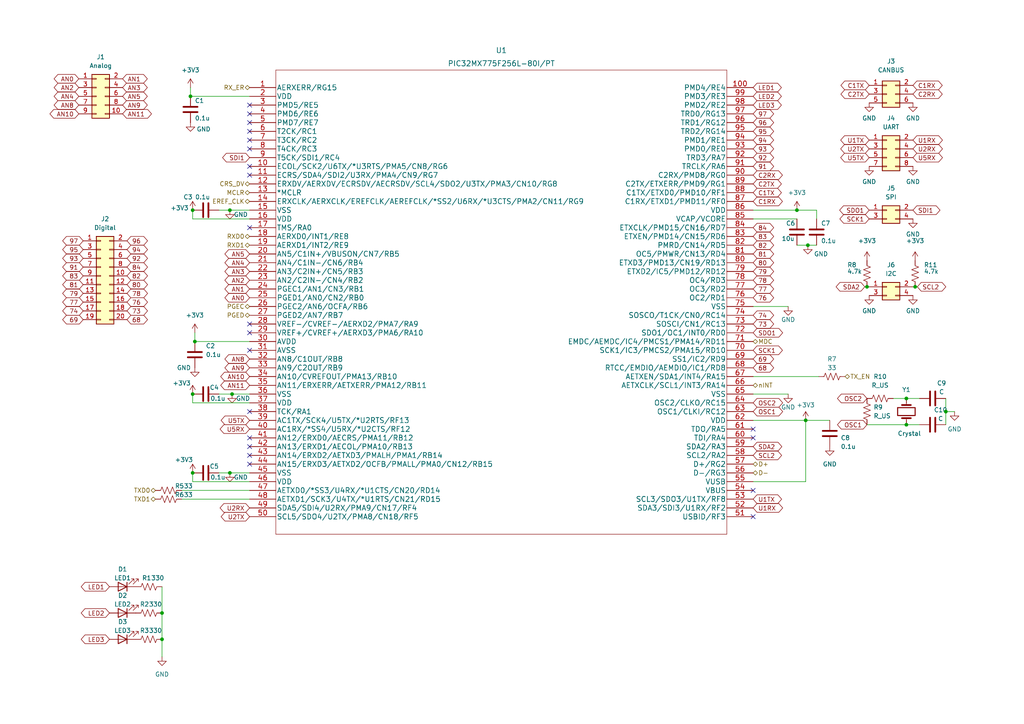
<source format=kicad_sch>
(kicad_sch (version 20211123) (generator eeschema)
  (paper "A4")
  (lib_symbols
    (symbol "2022-09-02_17-18-32:PIC32MX775F256L-80I{brace}slash}PT" (pin_names (offset 0.254))
      (property "Reference" "U" (at 121.92 10.16 0))
      (property "Value" "PIC32MX775F256L-80I{brace}slash}PT" (at 121.92 7.62 0))
      (symbol "PIC32MX775F256L-80I{brace}slash}PT_1_1"
        (polyline (pts (xy 59.69 -129.54) (xy 190.5 -129.54)) (stroke (width 0.127)))
        (polyline (pts (xy 59.69 5.08) (xy 59.69 -129.54)) (stroke (width 0.127)))
        (polyline (pts (xy 190.5 -129.54) (xy 190.5 5.08)) (stroke (width 0.127)))
        (polyline (pts (xy 190.5 5.08) (xy 59.69 5.08)) (stroke (width 0.127)))
        (pin bidirectional line (at 52.07 0 0) (length 7.62) (name "AERXERR/RG15") (number "1"))
        (pin bidirectional line (at 52.07 -22.86 0) (length 7.62) (name "ECOL/SCK2/U6TX/*U3RTS/PMA5/CN8/RG6") (number "10"))
        (pin bidirectional line (at 198.12 0 180) (length 7.62) (name "PMD4/RE4") (number "100"))
        (pin bidirectional line (at 52.07 -25.4 0) (length 7.62) (name "ECRS/SDA4/SDI2/U3RX/PMA4/CN9/RG7") (number "11"))
        (pin bidirectional line (at 52.07 -27.94 0) (length 7.62) (name "ERXDV/AERXDV/ECRSDV/AECRSDV/SCL4/SDO2/U3TX/PMA3/CN10/RG8") (number "12"))
        (pin input line (at 52.07 -30.48 0) (length 7.62) (name "*MCLR") (number "13"))
        (pin bidirectional line (at 52.07 -33.02 0) (length 7.62) (name "ERXCLK/AERXCLK/EREFCLK/AEREFCLK/*SS2/U6RX/*U3CTS/PMA2/CN11/RG9") (number "14"))
        (pin power_in line (at 52.07 -35.56 0) (length 7.62) (name "VSS") (number "15"))
        (pin power_in line (at 52.07 -38.1 0) (length 7.62) (name "VDD") (number "16"))
        (pin bidirectional line (at 52.07 -40.64 0) (length 7.62) (name "TMS/RA0") (number "17"))
        (pin bidirectional line (at 52.07 -43.18 0) (length 7.62) (name "AERXD0/INT1/RE8") (number "18"))
        (pin bidirectional line (at 52.07 -45.72 0) (length 7.62) (name "AERXD1/INT2/RE9") (number "19"))
        (pin power_in line (at 52.07 -2.54 0) (length 7.62) (name "VDD") (number "2"))
        (pin bidirectional line (at 52.07 -48.26 0) (length 7.62) (name "AN5/C1IN+/VBUSON/CN7/RB5") (number "20"))
        (pin bidirectional line (at 52.07 -50.8 0) (length 7.62) (name "AN4/C1IN-/CN6/RB4") (number "21"))
        (pin bidirectional line (at 52.07 -53.34 0) (length 7.62) (name "AN3/C2IN+/CN5/RB3") (number "22"))
        (pin bidirectional line (at 52.07 -55.88 0) (length 7.62) (name "AN2/C2IN-/CN4/RB2") (number "23"))
        (pin bidirectional line (at 52.07 -58.42 0) (length 7.62) (name "PGEC1/AN1/CN3/RB1") (number "24"))
        (pin bidirectional line (at 52.07 -60.96 0) (length 7.62) (name "PGED1/AN0/CN2/RB0") (number "25"))
        (pin bidirectional line (at 52.07 -63.5 0) (length 7.62) (name "PGEC2/AN6/OCFA/RB6") (number "26"))
        (pin bidirectional line (at 52.07 -66.04 0) (length 7.62) (name "PGED2/AN7/RB7") (number "27"))
        (pin bidirectional line (at 52.07 -68.58 0) (length 7.62) (name "VREF-/CVREF-/AERXD2/PMA7/RA9") (number "28"))
        (pin bidirectional line (at 52.07 -71.12 0) (length 7.62) (name "VREF+/CVREF+/AERXD3/PMA6/RA10") (number "29"))
        (pin bidirectional line (at 52.07 -5.08 0) (length 7.62) (name "PMD5/RE5") (number "3"))
        (pin power_in line (at 52.07 -73.66 0) (length 7.62) (name "AVDD") (number "30"))
        (pin power_in line (at 52.07 -76.2 0) (length 7.62) (name "AVSS") (number "31"))
        (pin bidirectional line (at 52.07 -78.74 0) (length 7.62) (name "AN8/C1OUT/RB8") (number "32"))
        (pin bidirectional line (at 52.07 -81.28 0) (length 7.62) (name "AN9/C2OUT/RB9") (number "33"))
        (pin bidirectional line (at 52.07 -83.82 0) (length 7.62) (name "AN10/CVREFOUT/PMA13/RB10") (number "34"))
        (pin bidirectional line (at 52.07 -86.36 0) (length 7.62) (name "AN11/ERXERR/AETXERR/PMA12/RB11") (number "35"))
        (pin power_in line (at 52.07 -88.9 0) (length 7.62) (name "VSS") (number "36"))
        (pin power_in line (at 52.07 -91.44 0) (length 7.62) (name "VDD") (number "37"))
        (pin bidirectional line (at 52.07 -93.98 0) (length 7.62) (name "TCK/RA1") (number "38"))
        (pin bidirectional line (at 52.07 -96.52 0) (length 7.62) (name "AC1TX/SCK4/U5TX/*U2RTS/RF13") (number "39"))
        (pin bidirectional line (at 52.07 -7.62 0) (length 7.62) (name "PMD6/RE6") (number "4"))
        (pin bidirectional line (at 52.07 -99.06 0) (length 7.62) (name "AC1RX/*SS4/U5RX/*U2CTS/RF12") (number "40"))
        (pin bidirectional line (at 52.07 -101.6 0) (length 7.62) (name "AN12/ERXD0/AECRS/PMA11/RB12") (number "41"))
        (pin bidirectional line (at 52.07 -104.14 0) (length 7.62) (name "AN13/ERXD1/AECOL/PMA10/RB13") (number "42"))
        (pin bidirectional line (at 52.07 -106.68 0) (length 7.62) (name "AN14/ERXD2/AETXD3/PMALH/PMA1/RB14") (number "43"))
        (pin bidirectional line (at 52.07 -109.22 0) (length 7.62) (name "AN15/ERXD3/AETXD2/OCFB/PMALL/PMA0/CN12/RB15") (number "44"))
        (pin power_in line (at 52.07 -111.76 0) (length 7.62) (name "VSS") (number "45"))
        (pin power_in line (at 52.07 -114.3 0) (length 7.62) (name "VDD") (number "46"))
        (pin bidirectional line (at 52.07 -116.84 0) (length 7.62) (name "AETXD0/*SS3/U4RX/*U1CTS/CN20/RD14") (number "47"))
        (pin bidirectional line (at 52.07 -119.38 0) (length 7.62) (name "AETXD1/SCK3/U4TX/*U1RTS/CN21/RD15") (number "48"))
        (pin bidirectional line (at 52.07 -121.92 0) (length 7.62) (name "SDA5/SDI4/U2RX/PMA9/CN17/RF4") (number "49"))
        (pin bidirectional line (at 52.07 -10.16 0) (length 7.62) (name "PMD7/RE7") (number "5"))
        (pin bidirectional line (at 52.07 -124.46 0) (length 7.62) (name "SCL5/SDO4/U2TX/PMA8/CN18/RF5") (number "50"))
        (pin bidirectional line (at 198.12 -124.46 180) (length 7.62) (name "USBID/RF3") (number "51"))
        (pin bidirectional line (at 198.12 -121.92 180) (length 7.62) (name "SDA3/SDI3/U1RX/RF2") (number "52"))
        (pin bidirectional line (at 198.12 -119.38 180) (length 7.62) (name "SCL3/SDO3/U1TX/RF8") (number "53"))
        (pin power_in line (at 198.12 -116.84 180) (length 7.62) (name "VBUS") (number "54"))
        (pin power_in line (at 198.12 -114.3 180) (length 7.62) (name "VUSB") (number "55"))
        (pin bidirectional line (at 198.12 -111.76 180) (length 7.62) (name "D-/RG3") (number "56"))
        (pin bidirectional line (at 198.12 -109.22 180) (length 7.62) (name "D+/RG2") (number "57"))
        (pin bidirectional line (at 198.12 -106.68 180) (length 7.62) (name "SCL2/RA2") (number "58"))
        (pin bidirectional line (at 198.12 -104.14 180) (length 7.62) (name "SDA2/RA3") (number "59"))
        (pin bidirectional line (at 52.07 -12.7 0) (length 7.62) (name "T2CK/RC1") (number "6"))
        (pin bidirectional line (at 198.12 -101.6 180) (length 7.62) (name "TDI/RA4") (number "60"))
        (pin bidirectional line (at 198.12 -99.06 180) (length 7.62) (name "TDO/RA5") (number "61"))
        (pin power_in line (at 198.12 -96.52 180) (length 7.62) (name "VDD") (number "62"))
        (pin bidirectional line (at 198.12 -93.98 180) (length 7.62) (name "OSC1/CLKI/RC12") (number "63"))
        (pin bidirectional line (at 198.12 -91.44 180) (length 7.62) (name "OSC2/CLKO/RC15") (number "64"))
        (pin power_in line (at 198.12 -88.9 180) (length 7.62) (name "VSS") (number "65"))
        (pin bidirectional line (at 198.12 -86.36 180) (length 7.62) (name "AETXCLK/SCL1/INT3/RA14") (number "66"))
        (pin bidirectional line (at 198.12 -83.82 180) (length 7.62) (name "AETXEN/SDA1/INT4/RA15") (number "67"))
        (pin bidirectional line (at 198.12 -81.28 180) (length 7.62) (name "RTCC/EMDIO/AEMDIO/IC1/RD8") (number "68"))
        (pin bidirectional line (at 198.12 -78.74 180) (length 7.62) (name "SS1/IC2/RD9") (number "69"))
        (pin bidirectional line (at 52.07 -15.24 0) (length 7.62) (name "T3CK/RC2") (number "7"))
        (pin bidirectional line (at 198.12 -76.2 180) (length 7.62) (name "SCK1/IC3/PMCS2/PMA15/RD10") (number "70"))
        (pin bidirectional line (at 198.12 -73.66 180) (length 7.62) (name "EMDC/AEMDC/IC4/PMCS1/PMA14/RD11") (number "71"))
        (pin bidirectional line (at 198.12 -71.12 180) (length 7.62) (name "SDO1/OC1/INT0/RD0") (number "72"))
        (pin bidirectional line (at 198.12 -68.58 180) (length 7.62) (name "SOSCI/CN1/RC13") (number "73"))
        (pin bidirectional line (at 198.12 -66.04 180) (length 7.62) (name "SOSCO/T1CK/CN0/RC14") (number "74"))
        (pin power_in line (at 198.12 -63.5 180) (length 7.62) (name "VSS") (number "75"))
        (pin bidirectional line (at 198.12 -60.96 180) (length 7.62) (name "OC2/RD1") (number "76"))
        (pin bidirectional line (at 198.12 -58.42 180) (length 7.62) (name "OC3/RD2") (number "77"))
        (pin bidirectional line (at 198.12 -55.88 180) (length 7.62) (name "OC4/RD3") (number "78"))
        (pin bidirectional line (at 198.12 -53.34 180) (length 7.62) (name "ETXD2/IC5/PMD12/RD12") (number "79"))
        (pin bidirectional line (at 52.07 -17.78 0) (length 7.62) (name "T4CK/RC3") (number "8"))
        (pin bidirectional line (at 198.12 -50.8 180) (length 7.62) (name "ETXD3/PMD13/CN19/RD13") (number "80"))
        (pin bidirectional line (at 198.12 -48.26 180) (length 7.62) (name "OC5/PMWR/CN13/RD4") (number "81"))
        (pin bidirectional line (at 198.12 -45.72 180) (length 7.62) (name "PMRD/CN14/RD5") (number "82"))
        (pin bidirectional line (at 198.12 -43.18 180) (length 7.62) (name "ETXEN/PMD14/CN15/RD6") (number "83"))
        (pin bidirectional line (at 198.12 -40.64 180) (length 7.62) (name "ETXCLK/PMD15/CN16/RD7") (number "84"))
        (pin power_in line (at 198.12 -38.1 180) (length 7.62) (name "VCAP/VCORE") (number "85"))
        (pin power_in line (at 198.12 -35.56 180) (length 7.62) (name "VDD") (number "86"))
        (pin bidirectional line (at 198.12 -33.02 180) (length 7.62) (name "C1RX/ETXD1/PMD11/RF0") (number "87"))
        (pin bidirectional line (at 198.12 -30.48 180) (length 7.62) (name "C1TX/ETXD0/PMD10/RF1") (number "88"))
        (pin bidirectional line (at 198.12 -27.94 180) (length 7.62) (name "C2TX/ETXERR/PMD9/RG1") (number "89"))
        (pin bidirectional line (at 52.07 -20.32 0) (length 7.62) (name "T5CK/SDI1/RC4") (number "9"))
        (pin bidirectional line (at 198.12 -25.4 180) (length 7.62) (name "C2RX/PMD8/RG0") (number "90"))
        (pin bidirectional line (at 198.12 -22.86 180) (length 7.62) (name "TRCLK/RA6") (number "91"))
        (pin bidirectional line (at 198.12 -20.32 180) (length 7.62) (name "TRD3/RA7") (number "92"))
        (pin bidirectional line (at 198.12 -17.78 180) (length 7.62) (name "PMD0/RE0") (number "93"))
        (pin bidirectional line (at 198.12 -15.24 180) (length 7.62) (name "PMD1/RE1") (number "94"))
        (pin bidirectional line (at 198.12 -12.7 180) (length 7.62) (name "TRD2/RG14") (number "95"))
        (pin bidirectional line (at 198.12 -10.16 180) (length 7.62) (name "TRD1/RG12") (number "96"))
        (pin bidirectional line (at 198.12 -7.62 180) (length 7.62) (name "TRD0/RG13") (number "97"))
        (pin bidirectional line (at 198.12 -5.08 180) (length 7.62) (name "PMD2/RE2") (number "98"))
        (pin bidirectional line (at 198.12 -2.54 180) (length 7.62) (name "PMD3/RE3") (number "99"))
      )
    )
    (symbol "Connector_Generic:Conn_02x02_Odd_Even" (pin_names (offset 1.016) hide)
      (property "Reference" "J" (at 1.27 2.54 0))
      (property "Value" "Conn_02x02_Odd_Even" (at 1.27 -5.08 0))
      (symbol "Conn_02x02_Odd_Even_1_1"
        (rectangle (start -1.27 -2.413) (end 0 -2.667) (stroke (width 0.1524)))
        (rectangle (start -1.27 0.127) (end 0 -0.127) (stroke (width 0.1524)))
        (rectangle (start -1.27 1.27) (end 3.81 -3.81) (stroke (width 0.254)) (fill (type background)))
        (rectangle (start 3.81 -2.413) (end 2.54 -2.667) (stroke (width 0.1524)))
        (rectangle (start 3.81 0.127) (end 2.54 -0.127) (stroke (width 0.1524)))
        (pin passive line (at -5.08 0 0) (length 3.81) (name "Pin_1") (number "1"))
        (pin passive line (at 7.62 0 180) (length 3.81) (name "Pin_2") (number "2"))
        (pin passive line (at -5.08 -2.54 0) (length 3.81) (name "Pin_3") (number "3"))
        (pin passive line (at 7.62 -2.54 180) (length 3.81) (name "Pin_4") (number "4"))
      )
    )
    (symbol "Connector_Generic:Conn_02x03_Odd_Even" (pin_names (offset 1.016) hide)
      (property "Reference" "J" (at 1.27 5.08 0))
      (property "Value" "Conn_02x03_Odd_Even" (at 1.27 -5.08 0))
      (symbol "Conn_02x03_Odd_Even_1_1"
        (rectangle (start -1.27 -2.413) (end 0 -2.667) (stroke (width 0.1524)))
        (rectangle (start -1.27 0.127) (end 0 -0.127) (stroke (width 0.1524)))
        (rectangle (start -1.27 2.667) (end 0 2.413) (stroke (width 0.1524)))
        (rectangle (start -1.27 3.81) (end 3.81 -3.81) (stroke (width 0.254)) (fill (type background)))
        (rectangle (start 3.81 -2.413) (end 2.54 -2.667) (stroke (width 0.1524)))
        (rectangle (start 3.81 0.127) (end 2.54 -0.127) (stroke (width 0.1524)))
        (rectangle (start 3.81 2.667) (end 2.54 2.413) (stroke (width 0.1524)))
        (pin passive line (at -5.08 2.54 0) (length 3.81) (name "Pin_1") (number "1"))
        (pin passive line (at 7.62 2.54 180) (length 3.81) (name "Pin_2") (number "2"))
        (pin passive line (at -5.08 0 0) (length 3.81) (name "Pin_3") (number "3"))
        (pin passive line (at 7.62 0 180) (length 3.81) (name "Pin_4") (number "4"))
        (pin passive line (at -5.08 -2.54 0) (length 3.81) (name "Pin_5") (number "5"))
        (pin passive line (at 7.62 -2.54 180) (length 3.81) (name "Pin_6") (number "6"))
      )
    )
    (symbol "Connector_Generic:Conn_02x04_Odd_Even" (pin_names (offset 1.016) hide)
      (property "Reference" "J" (at 1.27 5.08 0))
      (property "Value" "Conn_02x04_Odd_Even" (at 1.27 -7.62 0))
      (symbol "Conn_02x04_Odd_Even_1_1"
        (rectangle (start -1.27 -4.953) (end 0 -5.207) (stroke (width 0.1524)))
        (rectangle (start -1.27 -2.413) (end 0 -2.667) (stroke (width 0.1524)))
        (rectangle (start -1.27 0.127) (end 0 -0.127) (stroke (width 0.1524)))
        (rectangle (start -1.27 2.667) (end 0 2.413) (stroke (width 0.1524)))
        (rectangle (start -1.27 3.81) (end 3.81 -6.35) (stroke (width 0.254)) (fill (type background)))
        (rectangle (start 3.81 -4.953) (end 2.54 -5.207) (stroke (width 0.1524)))
        (rectangle (start 3.81 -2.413) (end 2.54 -2.667) (stroke (width 0.1524)))
        (rectangle (start 3.81 0.127) (end 2.54 -0.127) (stroke (width 0.1524)))
        (rectangle (start 3.81 2.667) (end 2.54 2.413) (stroke (width 0.1524)))
        (pin passive line (at -5.08 2.54 0) (length 3.81) (name "Pin_1") (number "1"))
        (pin passive line (at 7.62 2.54 180) (length 3.81) (name "Pin_2") (number "2"))
        (pin passive line (at -5.08 0 0) (length 3.81) (name "Pin_3") (number "3"))
        (pin passive line (at 7.62 0 180) (length 3.81) (name "Pin_4") (number "4"))
        (pin passive line (at -5.08 -2.54 0) (length 3.81) (name "Pin_5") (number "5"))
        (pin passive line (at 7.62 -2.54 180) (length 3.81) (name "Pin_6") (number "6"))
        (pin passive line (at -5.08 -5.08 0) (length 3.81) (name "Pin_7") (number "7"))
        (pin passive line (at 7.62 -5.08 180) (length 3.81) (name "Pin_8") (number "8"))
      )
    )
    (symbol "Connector_Generic:Conn_02x05_Odd_Even" (pin_names (offset 1.016) hide)
      (property "Reference" "J" (at 1.27 7.62 0))
      (property "Value" "Conn_02x05_Odd_Even" (at 1.27 -7.62 0))
      (symbol "Conn_02x05_Odd_Even_1_1"
        (rectangle (start -1.27 -4.953) (end 0 -5.207) (stroke (width 0.1524)))
        (rectangle (start -1.27 -2.413) (end 0 -2.667) (stroke (width 0.1524)))
        (rectangle (start -1.27 0.127) (end 0 -0.127) (stroke (width 0.1524)))
        (rectangle (start -1.27 2.667) (end 0 2.413) (stroke (width 0.1524)))
        (rectangle (start -1.27 5.207) (end 0 4.953) (stroke (width 0.1524)))
        (rectangle (start -1.27 6.35) (end 3.81 -6.35) (stroke (width 0.254)) (fill (type background)))
        (rectangle (start 3.81 -4.953) (end 2.54 -5.207) (stroke (width 0.1524)))
        (rectangle (start 3.81 -2.413) (end 2.54 -2.667) (stroke (width 0.1524)))
        (rectangle (start 3.81 0.127) (end 2.54 -0.127) (stroke (width 0.1524)))
        (rectangle (start 3.81 2.667) (end 2.54 2.413) (stroke (width 0.1524)))
        (rectangle (start 3.81 5.207) (end 2.54 4.953) (stroke (width 0.1524)))
        (pin passive line (at -5.08 5.08 0) (length 3.81) (name "Pin_1") (number "1"))
        (pin passive line (at 7.62 -5.08 180) (length 3.81) (name "Pin_10") (number "10"))
        (pin passive line (at 7.62 5.08 180) (length 3.81) (name "Pin_2") (number "2"))
        (pin passive line (at -5.08 2.54 0) (length 3.81) (name "Pin_3") (number "3"))
        (pin passive line (at 7.62 2.54 180) (length 3.81) (name "Pin_4") (number "4"))
        (pin passive line (at -5.08 0 0) (length 3.81) (name "Pin_5") (number "5"))
        (pin passive line (at 7.62 0 180) (length 3.81) (name "Pin_6") (number "6"))
        (pin passive line (at -5.08 -2.54 0) (length 3.81) (name "Pin_7") (number "7"))
        (pin passive line (at 7.62 -2.54 180) (length 3.81) (name "Pin_8") (number "8"))
        (pin passive line (at -5.08 -5.08 0) (length 3.81) (name "Pin_9") (number "9"))
      )
    )
    (symbol "Connector_Generic:Conn_02x10_Odd_Even" (pin_names (offset 1.016) hide)
      (property "Reference" "J" (at 1.27 12.7 0))
      (property "Value" "Conn_02x10_Odd_Even" (at 1.27 -15.24 0))
      (symbol "Conn_02x10_Odd_Even_1_1"
        (rectangle (start -1.27 -12.573) (end 0 -12.827) (stroke (width 0.1524)))
        (rectangle (start -1.27 -10.033) (end 0 -10.287) (stroke (width 0.1524)))
        (rectangle (start -1.27 -7.493) (end 0 -7.747) (stroke (width 0.1524)))
        (rectangle (start -1.27 -4.953) (end 0 -5.207) (stroke (width 0.1524)))
        (rectangle (start -1.27 -2.413) (end 0 -2.667) (stroke (width 0.1524)))
        (rectangle (start -1.27 0.127) (end 0 -0.127) (stroke (width 0.1524)))
        (rectangle (start -1.27 2.667) (end 0 2.413) (stroke (width 0.1524)))
        (rectangle (start -1.27 5.207) (end 0 4.953) (stroke (width 0.1524)))
        (rectangle (start -1.27 7.747) (end 0 7.493) (stroke (width 0.1524)))
        (rectangle (start -1.27 10.287) (end 0 10.033) (stroke (width 0.1524)))
        (rectangle (start -1.27 11.43) (end 3.81 -13.97) (stroke (width 0.254)) (fill (type background)))
        (rectangle (start 3.81 -12.573) (end 2.54 -12.827) (stroke (width 0.1524)))
        (rectangle (start 3.81 -10.033) (end 2.54 -10.287) (stroke (width 0.1524)))
        (rectangle (start 3.81 -7.493) (end 2.54 -7.747) (stroke (width 0.1524)))
        (rectangle (start 3.81 -4.953) (end 2.54 -5.207) (stroke (width 0.1524)))
        (rectangle (start 3.81 -2.413) (end 2.54 -2.667) (stroke (width 0.1524)))
        (rectangle (start 3.81 0.127) (end 2.54 -0.127) (stroke (width 0.1524)))
        (rectangle (start 3.81 2.667) (end 2.54 2.413) (stroke (width 0.1524)))
        (rectangle (start 3.81 5.207) (end 2.54 4.953) (stroke (width 0.1524)))
        (rectangle (start 3.81 7.747) (end 2.54 7.493) (stroke (width 0.1524)))
        (rectangle (start 3.81 10.287) (end 2.54 10.033) (stroke (width 0.1524)))
        (pin passive line (at -5.08 10.16 0) (length 3.81) (name "Pin_1") (number "1"))
        (pin passive line (at 7.62 0 180) (length 3.81) (name "Pin_10") (number "10"))
        (pin passive line (at -5.08 -2.54 0) (length 3.81) (name "Pin_11") (number "11"))
        (pin passive line (at 7.62 -2.54 180) (length 3.81) (name "Pin_12") (number "12"))
        (pin passive line (at -5.08 -5.08 0) (length 3.81) (name "Pin_13") (number "13"))
        (pin passive line (at 7.62 -5.08 180) (length 3.81) (name "Pin_14") (number "14"))
        (pin passive line (at -5.08 -7.62 0) (length 3.81) (name "Pin_15") (number "15"))
        (pin passive line (at 7.62 -7.62 180) (length 3.81) (name "Pin_16") (number "16"))
        (pin passive line (at -5.08 -10.16 0) (length 3.81) (name "Pin_17") (number "17"))
        (pin passive line (at 7.62 -10.16 180) (length 3.81) (name "Pin_18") (number "18"))
        (pin passive line (at -5.08 -12.7 0) (length 3.81) (name "Pin_19") (number "19"))
        (pin passive line (at 7.62 10.16 180) (length 3.81) (name "Pin_2") (number "2"))
        (pin passive line (at 7.62 -12.7 180) (length 3.81) (name "Pin_20") (number "20"))
        (pin passive line (at -5.08 7.62 0) (length 3.81) (name "Pin_3") (number "3"))
        (pin passive line (at 7.62 7.62 180) (length 3.81) (name "Pin_4") (number "4"))
        (pin passive line (at -5.08 5.08 0) (length 3.81) (name "Pin_5") (number "5"))
        (pin passive line (at 7.62 5.08 180) (length 3.81) (name "Pin_6") (number "6"))
        (pin passive line (at -5.08 2.54 0) (length 3.81) (name "Pin_7") (number "7"))
        (pin passive line (at 7.62 2.54 180) (length 3.81) (name "Pin_8") (number "8"))
        (pin passive line (at -5.08 0 0) (length 3.81) (name "Pin_9") (number "9"))
      )
    )
    (symbol "Device:C" (pin_numbers hide) (pin_names (offset 0.254))
      (property "Reference" "C" (at 0.635 2.54 0))
      (property "Value" "C" (at 0.635 -2.54 0))
      (symbol "C_0_1"
        (polyline (pts (xy -2.032 -0.762) (xy 2.032 -0.762)) (stroke (width 0.508)))
        (polyline (pts (xy -2.032 0.762) (xy 2.032 0.762)) (stroke (width 0.508)))
      )
      (symbol "C_1_1"
        (pin passive line (at 0 3.81 270) (length 2.794) (name "~") (number "1"))
        (pin passive line (at 0 -3.81 90) (length 2.794) (name "~") (number "2"))
      )
    )
    (symbol "Device:Crystal" (pin_numbers hide) (pin_names (offset 1.016) hide)
      (property "Reference" "Y" (at 0 3.81 0))
      (property "Value" "Crystal" (at 0 -3.81 0))
      (symbol "Crystal_0_1"
        (rectangle (start -1.143 2.54) (end 1.143 -2.54) (stroke (width 0.3048)))
        (polyline (pts (xy -2.54 0) (xy -1.905 0)))
        (polyline (pts (xy -1.905 -1.27) (xy -1.905 1.27)) (stroke (width 0.508)))
        (polyline (pts (xy 1.905 -1.27) (xy 1.905 1.27)) (stroke (width 0.508)))
        (polyline (pts (xy 2.54 0) (xy 1.905 0)))
      )
      (symbol "Crystal_1_1"
        (pin passive line (at -3.81 0 0) (length 1.27) (name "1") (number "1"))
        (pin passive line (at 3.81 0 180) (length 1.27) (name "2") (number "2"))
      )
    )
    (symbol "Device:LED" (pin_numbers hide) (pin_names (offset 1.016) hide)
      (property "Reference" "D" (at 0 2.54 0))
      (property "Value" "LED" (at 0 -2.54 0))
      (symbol "LED_0_1"
        (polyline (pts (xy -1.27 -1.27) (xy -1.27 1.27)) (stroke (width 0.254)))
        (polyline (pts (xy -1.27 0) (xy 1.27 0)))
        (polyline (pts (xy 1.27 -1.27) (xy 1.27 1.27) (xy -1.27 0) (xy 1.27 -1.27)) (stroke (width 0.254)))
        (polyline (pts (xy -3.048 -0.762) (xy -4.572 -2.286) (xy -3.81 -2.286) (xy -4.572 -2.286) (xy -4.572 -1.524)))
        (polyline (pts (xy -1.778 -0.762) (xy -3.302 -2.286) (xy -2.54 -2.286) (xy -3.302 -2.286) (xy -3.302 -1.524)))
      )
      (symbol "LED_1_1"
        (pin passive line (at -3.81 0 0) (length 2.54) (name "K") (number "1"))
        (pin passive line (at 3.81 0 180) (length 2.54) (name "A") (number "2"))
      )
    )
    (symbol "Device:R_US" (pin_numbers hide) (pin_names (offset 0))
      (property "Reference" "R" (at 2.54 0 90))
      (property "Value" "R_US" (at -2.54 0 90))
      (symbol "R_US_0_1"
        (polyline (pts (xy 0 -2.286) (xy 0 -2.54)))
        (polyline (pts (xy 0 2.286) (xy 0 2.54)))
        (polyline (pts (xy 0 -0.762) (xy 1.016 -1.143) (xy 0 -1.524) (xy -1.016 -1.905) (xy 0 -2.286)))
        (polyline (pts (xy 0 0.762) (xy 1.016 0.381) (xy 0 0) (xy -1.016 -0.381) (xy 0 -0.762)))
        (polyline (pts (xy 0 2.286) (xy 1.016 1.905) (xy 0 1.524) (xy -1.016 1.143) (xy 0 0.762)))
      )
      (symbol "R_US_1_1"
        (pin passive line (at 0 3.81 270) (length 1.27) (name "~") (number "1"))
        (pin passive line (at 0 -3.81 90) (length 1.27) (name "~") (number "2"))
      )
    )
    (symbol "power:+3V3" (power) (pin_names (offset 0))
      (property "Value" "+3V3" (at 0 3.556 0))
      (symbol "+3V3_0_1"
        (polyline (pts (xy -0.762 1.27) (xy 0 2.54)))
        (polyline (pts (xy 0 0) (xy 0 2.54)))
        (polyline (pts (xy 0 2.54) (xy 0.762 1.27)))
      )
      (symbol "+3V3_1_1"
        (pin power_in line (at 0 0 90) (length 0) hide (name "+3V3") (number "1"))
      )
    )
    (symbol "power:GND" (power) (pin_names (offset 0))
      (property "Value" "GND" (at 0 -3.81 0))
      (symbol "GND_0_1"
        (polyline (pts (xy 0 0) (xy 0 -1.27) (xy 1.27 -1.27) (xy 0 -2.54) (xy -1.27 -1.27) (xy 0 -1.27)))
      )
      (symbol "GND_1_1"
        (pin power_in line (at 0 0 270) (length 0) hide (name "GND") (number "1"))
      )
    )
  )
  (junction (at 56.515 99.06))
  (junction (at 234.315 71.12))
  (junction (at 233.68 121.92))
  (junction (at 262.89 123.19))
  (junction (at 231.14 60.96))
  (junction (at 55.88 114.3))
  (junction (at 265.43 83.185))
  (junction (at 251.46 83.185))
  (junction (at 274.32 119.38))
  (junction (at 67.31 114.3))
  (junction (at 66.675 137.16))
  (junction (at 46.99 185.42))
  (junction (at 55.88 137.16))
  (junction (at 55.245 27.94))
  (junction (at 46.99 177.8))
  (junction (at 262.89 115.57))
  (junction (at 55.88 60.96))
  (junction (at 66.675 60.96))
  (no_connect (at 218.44 142.24))
  (no_connect (at 218.44 149.86))
  (no_connect (at 218.44 124.46))
  (no_connect (at 218.44 127))
  (no_connect (at 72.39 134.62))
  (no_connect (at 72.39 132.08))
  (no_connect (at 72.39 127))
  (no_connect (at 72.39 129.54))
  (no_connect (at 72.39 96.52))
  (no_connect (at 72.39 93.98))
  (no_connect (at 72.39 119.38))
  (no_connect (at 72.39 66.04))
  (no_connect (at 72.39 50.8))
  (no_connect (at 72.39 33.02))
  (no_connect (at 72.39 30.48))
  (no_connect (at 72.39 48.26))
  (no_connect (at 72.39 43.18))
  (no_connect (at 72.39 40.64))
  (no_connect (at 72.39 38.1))
  (no_connect (at 72.39 35.56))
  (no_connect (at 72.39 101.6))
  (wire (pts (xy 231.14 71.12) (xy 234.315 71.12)))
  (wire (pts (xy 63.5 137.16) (xy 66.675 137.16)))
  (wire (pts (xy 55.88 63.5) (xy 55.88 60.96)))
  (wire (pts (xy 218.44 63.5) (xy 231.14 63.5)))
  (wire (pts (xy 251.46 83.185) (xy 252.095 83.185)))
  (wire (pts (xy 56.515 99.06) (xy 72.39 99.06)))
  (wire (pts (xy 46.99 170.18) (xy 46.99 177.8)))
  (wire (pts (xy 218.44 60.96) (xy 231.14 60.96)))
  (wire (pts (xy 55.245 27.94) (xy 72.39 27.94)))
  (wire (pts (xy 55.245 25.4) (xy 55.245 27.94)))
  (wire (pts (xy 72.39 139.7) (xy 55.88 139.7)))
  (wire (pts (xy 67.31 114.3) (xy 72.39 114.3)))
  (wire (pts (xy 55.88 116.84) (xy 55.88 114.3)))
  (wire (pts (xy 262.89 115.57) (xy 266.7 115.57)))
  (wire (pts (xy 66.675 137.16) (xy 72.39 137.16)))
  (wire (pts (xy 236.855 60.96) (xy 236.855 63.5)))
  (wire (pts (xy 264.795 83.185) (xy 265.43 83.185)))
  (wire (pts (xy 251.46 123.19) (xy 262.89 123.19)))
  (wire (pts (xy 274.32 119.38) (xy 276.86 119.38)))
  (wire (pts (xy 46.99 185.42) (xy 46.99 190.5)))
  (wire (pts (xy 274.32 115.57) (xy 274.32 119.38)))
  (wire (pts (xy 218.44 121.92) (xy 233.68 121.92)))
  (wire (pts (xy 218.44 109.22) (xy 237.49 109.22)))
  (wire (pts (xy 46.99 177.8) (xy 46.99 185.42)))
  (wire (pts (xy 259.08 115.57) (xy 262.89 115.57)))
  (wire (pts (xy 52.705 142.24) (xy 72.39 142.24)))
  (wire (pts (xy 66.675 60.96) (xy 72.39 60.96)))
  (wire (pts (xy 265.43 83.185) (xy 266.065 83.185)))
  (wire (pts (xy 233.68 139.7) (xy 218.44 139.7)))
  (wire (pts (xy 218.44 88.9) (xy 228.6 88.9)))
  (wire (pts (xy 262.89 123.19) (xy 266.7 123.19)))
  (wire (pts (xy 63.5 60.96) (xy 66.675 60.96)))
  (wire (pts (xy 72.39 63.5) (xy 55.88 63.5)))
  (wire (pts (xy 274.32 119.38) (xy 274.32 123.19)))
  (wire (pts (xy 231.14 60.96) (xy 236.855 60.96)))
  (wire (pts (xy 250.825 83.185) (xy 251.46 83.185)))
  (wire (pts (xy 233.68 121.92) (xy 233.68 139.7)))
  (wire (pts (xy 52.705 144.78) (xy 72.39 144.78)))
  (wire (pts (xy 63.5 114.3) (xy 67.31 114.3)))
  (wire (pts (xy 72.39 116.84) (xy 55.88 116.84)))
  (wire (pts (xy 218.44 114.3) (xy 228.6 114.3)))
  (wire (pts (xy 56.515 96.52) (xy 56.515 99.06)))
  (wire (pts (xy 55.88 139.7) (xy 55.88 137.16)))
  (wire (pts (xy 234.315 71.12) (xy 236.855 71.12)))
  (wire (pts (xy 233.68 121.92) (xy 240.665 121.92)))
  (global_label "AN10" (shape bidirectional) (at 22.86 33.02 180) (property "Intersheet References" "${INTERSHEET_REFS}" (effects hide)))
  (global_label "LED1" (shape bidirectional) (at 31.75 170.18 180) (property "Intersheet References" "${INTERSHEET_REFS}" (effects hide)))
  (global_label "AN1" (shape bidirectional) (at 35.56 22.86 0) (property "Intersheet References" "${INTERSHEET_REFS}" (effects hide)))
  (global_label "68" (shape bidirectional) (at 218.44 106.68 0) (property "Intersheet References" "${INTERSHEET_REFS}" (effects hide)))
  (global_label "91" (shape bidirectional) (at 218.44 48.26 0) (property "Intersheet References" "${INTERSHEET_REFS}" (effects hide)))
  (global_label "AN1" (shape bidirectional) (at 72.39 83.82 180) (property "Intersheet References" "${INTERSHEET_REFS}" (effects hide)))
  (global_label "SCK1" (shape bidirectional) (at 218.44 101.6 0) (property "Intersheet References" "${INTERSHEET_REFS}" (effects hide)))
  (global_label "AN2" (shape bidirectional) (at 72.39 81.28 180) (property "Intersheet References" "${INTERSHEET_REFS}" (effects hide)))
  (global_label "OSC2" (shape bidirectional) (at 251.46 115.57 180) (property "Intersheet References" "${INTERSHEET_REFS}" (effects hide)))
  (global_label "93" (shape bidirectional) (at 24.13 74.93 180) (property "Intersheet References" "${INTERSHEET_REFS}" (effects hide)))
  (global_label "AN11" (shape bidirectional) (at 72.39 111.76 180) (property "Intersheet References" "${INTERSHEET_REFS}" (effects hide)))
  (global_label "69" (shape bidirectional) (at 24.13 92.71 180) (property "Intersheet References" "${INTERSHEET_REFS}" (effects hide)))
  (global_label "AN9" (shape bidirectional) (at 72.39 106.68 180) (property "Intersheet References" "${INTERSHEET_REFS}" (effects hide)))
  (global_label "83" (shape bidirectional) (at 218.44 68.58 0) (property "Intersheet References" "${INTERSHEET_REFS}" (effects hide)))
  (global_label "U5TX" (shape bidirectional) (at 72.39 121.92 180) (property "Intersheet References" "${INTERSHEET_REFS}" (effects hide)))
  (global_label "AN4" (shape bidirectional) (at 72.39 76.2 180) (property "Intersheet References" "${INTERSHEET_REFS}" (effects hide)))
  (global_label "C1TX" (shape bidirectional) (at 218.44 55.88 0) (property "Intersheet References" "${INTERSHEET_REFS}" (effects hide)))
  (global_label "OSC1" (shape bidirectional) (at 251.46 123.19 180) (property "Intersheet References" "${INTERSHEET_REFS}" (effects hide)))
  (global_label "96" (shape bidirectional) (at 36.83 69.85 0) (property "Intersheet References" "${INTERSHEET_REFS}" (effects hide)))
  (global_label "92" (shape bidirectional) (at 218.44 45.72 0) (property "Intersheet References" "${INTERSHEET_REFS}" (effects hide)))
  (global_label "79" (shape bidirectional) (at 218.44 78.74 0) (property "Intersheet References" "${INTERSHEET_REFS}" (effects hide)))
  (global_label "SDA2" (shape bidirectional) (at 250.825 83.185 180) (property "Intersheet References" "${INTERSHEET_REFS}" (effects hide)))
  (global_label "OSC1" (shape bidirectional) (at 218.44 119.38 0) (property "Intersheet References" "${INTERSHEET_REFS}" (effects hide)))
  (global_label "69" (shape bidirectional) (at 218.44 104.14 0) (property "Intersheet References" "${INTERSHEET_REFS}" (effects hide)))
  (global_label "82" (shape bidirectional) (at 218.44 71.12 0) (property "Intersheet References" "${INTERSHEET_REFS}" (effects hide)))
  (global_label "AN9" (shape bidirectional) (at 35.56 30.48 0) (property "Intersheet References" "${INTERSHEET_REFS}" (effects hide)))
  (global_label "AN5" (shape bidirectional) (at 72.39 73.66 180) (property "Intersheet References" "${INTERSHEET_REFS}" (effects hide)))
  (global_label "97" (shape bidirectional) (at 218.44 33.02 0) (property "Intersheet References" "${INTERSHEET_REFS}" (effects hide)))
  (global_label "81" (shape bidirectional) (at 24.13 82.55 180) (property "Intersheet References" "${INTERSHEET_REFS}" (effects hide)))
  (global_label "C2TX" (shape bidirectional) (at 218.44 53.34 0) (property "Intersheet References" "${INTERSHEET_REFS}" (effects hide)))
  (global_label "U1RX" (shape bidirectional) (at 218.44 147.32 0) (property "Intersheet References" "${INTERSHEET_REFS}" (effects hide)))
  (global_label "AN0" (shape bidirectional) (at 72.39 86.36 180) (property "Intersheet References" "${INTERSHEET_REFS}" (effects hide)))
  (global_label "LED1" (shape bidirectional) (at 218.44 25.4 0) (property "Intersheet References" "${INTERSHEET_REFS}" (effects hide)))
  (global_label "97" (shape bidirectional) (at 24.13 69.85 180) (property "Intersheet References" "${INTERSHEET_REFS}" (effects hide)))
  (global_label "80" (shape bidirectional) (at 36.83 82.55 0) (property "Intersheet References" "${INTERSHEET_REFS}" (effects hide)))
  (global_label "82" (shape bidirectional) (at 36.83 80.01 0) (property "Intersheet References" "${INTERSHEET_REFS}" (effects hide)))
  (global_label "C2RX" (shape bidirectional) (at 264.795 27.305 0) (property "Intersheet References" "${INTERSHEET_REFS}" (effects hide)))
  (global_label "91" (shape bidirectional) (at 24.13 77.47 180) (property "Intersheet References" "${INTERSHEET_REFS}" (effects hide)))
  (global_label "AN8" (shape bidirectional) (at 22.86 30.48 180) (property "Intersheet References" "${INTERSHEET_REFS}" (effects hide)))
  (global_label "U1RX" (shape bidirectional) (at 264.795 40.64 0) (property "Intersheet References" "${INTERSHEET_REFS}" (effects hide)))
  (global_label "AN5" (shape bidirectional) (at 35.56 27.94 0) (property "Intersheet References" "${INTERSHEET_REFS}" (effects hide)))
  (global_label "77" (shape bidirectional) (at 24.13 87.63 180) (property "Intersheet References" "${INTERSHEET_REFS}" (effects hide)))
  (global_label "94" (shape bidirectional) (at 36.83 72.39 0) (property "Intersheet References" "${INTERSHEET_REFS}" (effects hide)))
  (global_label "U1TX" (shape bidirectional) (at 218.44 144.78 0) (property "Intersheet References" "${INTERSHEET_REFS}" (effects hide)))
  (global_label "U5RX" (shape bidirectional) (at 264.795 45.72 0) (property "Intersheet References" "${INTERSHEET_REFS}" (effects hide)))
  (global_label "SDO1" (shape bidirectional) (at 218.44 96.52 0) (property "Intersheet References" "${INTERSHEET_REFS}" (effects hide)))
  (global_label "U5TX" (shape bidirectional) (at 252.095 45.72 180) (property "Intersheet References" "${INTERSHEET_REFS}" (effects hide)))
  (global_label "74" (shape bidirectional) (at 24.13 90.17 180) (property "Intersheet References" "${INTERSHEET_REFS}" (effects hide)))
  (global_label "AN3" (shape bidirectional) (at 35.56 25.4 0) (property "Intersheet References" "${INTERSHEET_REFS}" (effects hide)))
  (global_label "84" (shape bidirectional) (at 36.83 77.47 0) (property "Intersheet References" "${INTERSHEET_REFS}" (effects hide)))
  (global_label "SCK1" (shape bidirectional) (at 252.095 63.5 180) (property "Intersheet References" "${INTERSHEET_REFS}" (effects hide)))
  (global_label "AN0" (shape bidirectional) (at 22.86 22.86 180) (property "Intersheet References" "${INTERSHEET_REFS}" (effects hide)))
  (global_label "SDI1" (shape bidirectional) (at 264.795 60.96 0) (property "Intersheet References" "${INTERSHEET_REFS}" (effects hide)))
  (global_label "95" (shape bidirectional) (at 24.13 72.39 180) (property "Intersheet References" "${INTERSHEET_REFS}" (effects hide)))
  (global_label "OSC2" (shape bidirectional) (at 218.44 116.84 0) (property "Intersheet References" "${INTERSHEET_REFS}" (effects hide)))
  (global_label "AN2" (shape bidirectional) (at 22.86 25.4 180) (property "Intersheet References" "${INTERSHEET_REFS}" (effects hide)))
  (global_label "77" (shape bidirectional) (at 218.44 83.82 0) (property "Intersheet References" "${INTERSHEET_REFS}" (effects hide)))
  (global_label "83" (shape bidirectional) (at 24.13 80.01 180) (property "Intersheet References" "${INTERSHEET_REFS}" (effects hide)))
  (global_label "96" (shape bidirectional) (at 218.44 35.56 0) (property "Intersheet References" "${INTERSHEET_REFS}" (effects hide)))
  (global_label "73" (shape bidirectional) (at 36.83 90.17 0) (property "Intersheet References" "${INTERSHEET_REFS}" (effects hide)))
  (global_label "U5RX" (shape bidirectional) (at 72.39 124.46 180) (property "Intersheet References" "${INTERSHEET_REFS}" (effects hide)))
  (global_label "LED2" (shape bidirectional) (at 218.44 27.94 0) (property "Intersheet References" "${INTERSHEET_REFS}" (effects hide)))
  (global_label "SDI1" (shape bidirectional) (at 72.39 45.72 180) (property "Intersheet References" "${INTERSHEET_REFS}" (effects hide)))
  (global_label "SCL2" (shape bidirectional) (at 266.065 83.185 0) (property "Intersheet References" "${INTERSHEET_REFS}" (effects hide)))
  (global_label "U1TX" (shape bidirectional) (at 252.095 40.64 180) (property "Intersheet References" "${INTERSHEET_REFS}" (effects hide)))
  (global_label "U2TX" (shape bidirectional) (at 72.39 149.86 180) (property "Intersheet References" "${INTERSHEET_REFS}" (effects hide)))
  (global_label "SDO1" (shape bidirectional) (at 252.095 60.96 180) (property "Intersheet References" "${INTERSHEET_REFS}" (effects hide)))
  (global_label "U2RX" (shape bidirectional) (at 72.39 147.32 180) (property "Intersheet References" "${INTERSHEET_REFS}" (effects hide)))
  (global_label "79" (shape bidirectional) (at 24.13 85.09 180) (property "Intersheet References" "${INTERSHEET_REFS}" (effects hide)))
  (global_label "76" (shape bidirectional) (at 36.83 87.63 0) (property "Intersheet References" "${INTERSHEET_REFS}" (effects hide)))
  (global_label "80" (shape bidirectional) (at 218.44 76.2 0) (property "Intersheet References" "${INTERSHEET_REFS}" (effects hide)))
  (global_label "SDA2" (shape bidirectional) (at 218.44 129.54 0) (property "Intersheet References" "${INTERSHEET_REFS}" (effects hide)))
  (global_label "78" (shape bidirectional) (at 36.83 85.09 0) (property "Intersheet References" "${INTERSHEET_REFS}" (effects hide)))
  (global_label "68" (shape bidirectional) (at 36.83 92.71 0) (property "Intersheet References" "${INTERSHEET_REFS}" (effects hide)))
  (global_label "AN3" (shape bidirectional) (at 72.39 78.74 180) (property "Intersheet References" "${INTERSHEET_REFS}" (effects hide)))
  (global_label "U2TX" (shape bidirectional) (at 252.095 43.18 180) (property "Intersheet References" "${INTERSHEET_REFS}" (effects hide)))
  (global_label "AN8" (shape bidirectional) (at 72.39 104.14 180) (property "Intersheet References" "${INTERSHEET_REFS}" (effects hide)))
  (global_label "LED3" (shape bidirectional) (at 31.75 185.42 180) (property "Intersheet References" "${INTERSHEET_REFS}" (effects hide)))
  (global_label "C2RX" (shape bidirectional) (at 218.44 50.8 0) (property "Intersheet References" "${INTERSHEET_REFS}" (effects hide)))
  (global_label "AN11" (shape bidirectional) (at 35.56 33.02 0) (property "Intersheet References" "${INTERSHEET_REFS}" (effects hide)))
  (global_label "74" (shape bidirectional) (at 218.44 91.44 0) (property "Intersheet References" "${INTERSHEET_REFS}" (effects hide)))
  (global_label "LED2" (shape bidirectional) (at 31.75 177.8 180) (property "Intersheet References" "${INTERSHEET_REFS}" (effects hide)))
  (global_label "LED3" (shape bidirectional) (at 218.44 30.48 0) (property "Intersheet References" "${INTERSHEET_REFS}" (effects hide)))
  (global_label "81" (shape bidirectional) (at 218.44 73.66 0) (property "Intersheet References" "${INTERSHEET_REFS}" (effects hide)))
  (global_label "94" (shape bidirectional) (at 218.44 40.64 0) (property "Intersheet References" "${INTERSHEET_REFS}" (effects hide)))
  (global_label "84" (shape bidirectional) (at 218.44 66.04 0) (property "Intersheet References" "${INTERSHEET_REFS}" (effects hide)))
  (global_label "AN4" (shape bidirectional) (at 22.86 27.94 180) (property "Intersheet References" "${INTERSHEET_REFS}" (effects hide)))
  (global_label "U2RX" (shape bidirectional) (at 264.795 43.18 0) (property "Intersheet References" "${INTERSHEET_REFS}" (effects hide)))
  (global_label "76" (shape bidirectional) (at 218.44 86.36 0) (property "Intersheet References" "${INTERSHEET_REFS}" (effects hide)))
  (global_label "78" (shape bidirectional) (at 218.44 81.28 0) (property "Intersheet References" "${INTERSHEET_REFS}" (effects hide)))
  (global_label "C1RX" (shape bidirectional) (at 264.795 24.765 0) (property "Intersheet References" "${INTERSHEET_REFS}" (effects hide)))
  (global_label "92" (shape bidirectional) (at 36.83 74.93 0) (property "Intersheet References" "${INTERSHEET_REFS}" (effects hide)))
  (global_label "C1RX" (shape bidirectional) (at 218.44 58.42 0) (property "Intersheet References" "${INTERSHEET_REFS}" (effects hide)))
  (global_label "AN10" (shape bidirectional) (at 72.39 109.22 180) (property "Intersheet References" "${INTERSHEET_REFS}" (effects hide)))
  (global_label "C2TX" (shape bidirectional) (at 252.095 27.305 180) (property "Intersheet References" "${INTERSHEET_REFS}" (effects hide)))
  (global_label "C1TX" (shape bidirectional) (at 252.095 24.765 180) (property "Intersheet References" "${INTERSHEET_REFS}" (effects hide)))
  (global_label "73" (shape bidirectional) (at 218.44 93.98 0) (property "Intersheet References" "${INTERSHEET_REFS}" (effects hide)))
  (global_label "93" (shape bidirectional) (at 218.44 43.18 0) (property "Intersheet References" "${INTERSHEET_REFS}" (effects hide)))
  (global_label "SCL2" (shape bidirectional) (at 218.44 132.08 0) (property "Intersheet References" "${INTERSHEET_REFS}" (effects hide)))
  (global_label "95" (shape bidirectional) (at 218.44 38.1 0) (property "Intersheet References" "${INTERSHEET_REFS}" (effects hide)))
  (hierarchical_label "RXD0" (shape bidirectional) (at 72.39 68.58 180))
  (hierarchical_label "TX_EN" (shape bidirectional) (at 245.11 109.22 0))
  (hierarchical_label "TXD1" (shape bidirectional) (at 45.085 144.78 180))
  (hierarchical_label "PGEC" (shape bidirectional) (at 72.39 88.9 180))
  (hierarchical_label "TXD0" (shape bidirectional) (at 45.085 142.24 180))
  (hierarchical_label "RXD1" (shape bidirectional) (at 72.39 71.12 180))
  (hierarchical_label "PGED" (shape bidirectional) (at 72.39 91.44 180))
  (hierarchical_label "D+" (shape bidirectional) (at 218.44 134.62 0))
  (hierarchical_label "MCLR" (shape bidirectional) (at 72.39 55.88 180))
  (hierarchical_label "nINT" (shape bidirectional) (at 218.44 111.76 0))
  (hierarchical_label "D-" (shape bidirectional) (at 218.44 137.16 0))
  (hierarchical_label "CRS_DV" (shape bidirectional) (at 72.39 53.34 180))
  (hierarchical_label "EREF_CLK" (shape bidirectional) (at 72.39 58.42 180))
  (hierarchical_label "RX_ER" (shape bidirectional) (at 72.39 25.4 180))
  (hierarchical_label "MDC" (shape bidirectional) (at 218.44 99.06 0))
  (symbol (lib_id "power:+3V3") (at 55.88 137.16 0) (unit 1)
    (property "Reference" "#PWR0128" (effects hide))
    (property "Value" "+3V3" (at 53.34 133.35 0))
  )
  (symbol (lib_id "power:GND") (at 252.095 85.725 0) (unit 1)
    (property "Reference" "#PWR0105" (effects hide))
    (property "Value" "GND" (at 252.095 90.17 0))
  )
  (symbol (lib_id "power:GND") (at 276.86 119.38 0) (unit 1)
    (property "Reference" "#PWR0126" (effects hide))
    (property "Value" "GND" (at 276.86 124.46 0))
  )
  (symbol (lib_id "power:+3V3") (at 55.88 60.96 0) (unit 1)
    (property "Reference" "#PWR0131" (effects hide))
    (property "Value" "+3V3" (at 52.07 60.325 0))
  )
  (symbol (lib_id "Device:C") (at 236.855 67.31 0) (unit 1)
    (property "Reference" "C7" (at 238.125 64.77 0) (effects (justify left)))
    (property "Value" "0.1u" (at 238.125 69.85 0) (effects (justify left)))
    (property "Footprint" "Lambley:0603-1608M" (effects hide))
  )
  (symbol (lib_id "Device:Crystal") (at 262.89 119.38 90) (unit 1)
    (property "Reference" "Y1" (at 261.62 113.03 90) (effects (justify right)))
    (property "Value" "Crystal" (at 260.35 125.73 90) (effects (justify right)))
    (property "Footprint" "Lambley:9B-8.000MAAJ-B" (effects hide))
  )
  (symbol (lib_id "power:GND") (at 264.795 29.845 0) (unit 1)
    (property "Reference" "#PWR0134" (effects hide))
    (property "Value" "GND" (at 264.795 34.29 0))
  )
  (symbol (lib_id "power:GND") (at 240.665 129.54 0) (unit 1)
    (property "Reference" "#PWR0124" (effects hide))
    (property "Value" "GND" (at 240.665 134.62 0))
  )
  (symbol (lib_id "Device:LED") (at 35.56 177.8 180) (unit 1)
    (property "Reference" "D2" (at 35.56 172.72 0))
    (property "Value" "LED2" (at 35.56 175.26 0))
    (property "Footprint" "Lambley:0603-1608M" (effects hide))
  )
  (symbol (lib_id "Device:C") (at 270.51 123.19 90) (unit 1)
    (property "Reference" "C10" (at 272.8214 118.8974 90))
    (property "Value" "C" (at 272.8214 121.4374 90))
    (property "Footprint" "Lambley:0603-1608M" (effects hide))
  )
  (symbol (lib_id "Device:C") (at 270.51 115.57 90) (unit 1)
    (property "Reference" "C9" (at 273.1008 111.125 90))
    (property "Value" "C" (at 273.1008 113.665 90))
    (property "Footprint" "Lambley:0603-1608M" (effects hide))
  )
  (symbol (lib_id "Device:C") (at 59.69 137.16 90) (unit 1)
    (property "Reference" "C5" (at 63.5 135.255 90) (effects (justify left)))
    (property "Value" "0.1u" (at 65.405 138.43 90) (effects (justify left)))
    (property "Footprint" "Lambley:0603-1608M" (effects hide))
  )
  (symbol (lib_id "Device:R_US") (at 251.46 119.38 0) (unit 1)
    (property "Reference" "R9" (at 253.365 118.1099 0) (effects (justify left)))
    (property "Value" "R_US" (at 253.365 120.6499 0) (effects (justify left)))
    (property "Footprint" "Lambley:0603-1608M" (effects hide))
  )
  (symbol (lib_id "power:GND") (at 252.095 29.845 0) (unit 1)
    (property "Reference" "#PWR0135" (effects hide))
    (property "Value" "GND" (at 252.095 34.29 0))
  )
  (symbol (lib_id "Device:R_US") (at 48.895 144.78 90) (unit 1)
    (property "Reference" "R6" (at 52.07 143.51 90))
    (property "Value" "33" (at 54.61 143.51 90))
    (property "Footprint" "Lambley:0603-1608M" (effects hide))
  )
  (symbol (lib_id "Connector_Generic:Conn_02x03_Odd_Even") (at 257.175 27.305 0) (unit 1)
    (property "Reference" "J3" (at 258.445 17.78 0))
    (property "Value" "CANBUS" (at 258.445 20.32 0))
    (property "Footprint" "Lambley:02x03" (effects hide))
  )
  (symbol (lib_id "Device:LED") (at 35.56 185.42 180) (unit 1)
    (property "Reference" "D3" (at 35.56 180.34 0))
    (property "Value" "LED3" (at 35.56 182.88 0))
    (property "Footprint" "Lambley:0603-1608M" (effects hide))
  )
  (symbol (lib_id "power:GND") (at 46.99 190.5 0) (unit 1)
    (property "Reference" "#PWR0139" (effects hide))
    (property "Value" "GND" (at 46.99 195.58 0))
  )
  (symbol (lib_id "Device:LED") (at 35.56 170.18 180) (unit 1)
    (property "Reference" "D1" (at 35.56 165.1 0))
    (property "Value" "LED1" (at 35.56 167.64 0))
    (property "Footprint" "Lambley:0603-1608M" (effects hide))
  )
  (symbol (lib_id "power:GND") (at 228.6 114.3 0) (unit 1)
    (property "Reference" "#PWR0125" (effects hide))
    (property "Value" "GND" (at 228.6 118.11 0))
  )
  (symbol (lib_id "power:+3V3") (at 56.515 96.52 0) (unit 1)
    (property "Reference" "#PWR0123" (effects hide))
    (property "Value" "+3V3" (at 56.515 91.44 0))
  )
  (symbol (lib_id "Device:C") (at 59.69 114.3 90) (unit 1)
    (property "Reference" "C4" (at 63.5 112.395 90) (effects (justify left)))
    (property "Value" "0.1u" (at 65.405 115.57 90) (effects (justify left)))
    (property "Footprint" "Lambley:0603-1608M" (effects hide))
  )
  (symbol (lib_id "power:+3V3") (at 265.43 75.565 0) (unit 1)
    (property "Reference" "#PWR0115" (effects hide))
    (property "Value" "+3V3" (at 265.43 69.85 0))
  )
  (symbol (lib_id "power:GND") (at 234.315 71.12 0) (unit 1)
    (property "Reference" "#PWR0117" (effects hide))
    (property "Value" "GND" (at 238.125 73.66 0))
  )
  (symbol (lib_id "Device:C") (at 240.665 125.73 0) (unit 1)
    (property "Reference" "C8" (at 243.84 127 0) (effects (justify left)))
    (property "Value" "0.1u" (at 243.84 129.54 0) (effects (justify left)))
    (property "Footprint" "Lambley:0603-1608M" (effects hide))
  )
  (symbol (lib_id "Device:C") (at 55.245 31.75 0) (unit 1)
    (property "Reference" "C1" (at 56.515 29.21 0) (effects (justify left)))
    (property "Value" "0.1u" (at 56.515 34.29 0) (effects (justify left)))
    (property "Footprint" "Lambley:0603-1608M" (effects hide))
  )
  (symbol (lib_id "Device:R_US") (at 251.46 79.375 0) (unit 1)
    (property "Reference" "R8" (at 245.745 76.835 0) (effects (justify left)))
    (property "Value" "4.7k" (at 245.745 78.74 0) (effects (justify left)))
    (property "Footprint" "Lambley:0603-1608M" (effects hide))
  )
  (symbol (lib_id "Connector_Generic:Conn_02x02_Odd_Even") (at 257.175 83.185 0) (unit 1)
    (property "Reference" "J6" (at 258.445 76.835 0))
    (property "Value" "I2C" (at 258.445 79.375 0))
    (property "Footprint" "Lambley:02x02" (effects hide))
  )
  (symbol (lib_id "Connector_Generic:Conn_02x05_Odd_Even") (at 27.94 27.94 0) (unit 1)
    (property "Reference" "J1" (at 29.21 16.51 0))
    (property "Value" "Analog" (at 29.21 19.05 0))
    (property "Footprint" "Lambley:02x05" (effects hide))
  )
  (symbol (lib_id "Connector_Generic:Conn_02x10_Odd_Even") (at 29.21 80.01 0) (unit 1)
    (property "Reference" "J2" (at 30.48 63.5 0))
    (property "Value" "Digital" (at 30.48 66.04 0))
    (property "Footprint" "Lambley:02x10" (effects hide))
  )
  (symbol (lib_id "power:+3V3") (at 231.14 60.96 0) (unit 1)
    (property "Reference" "#PWR0122" (effects hide))
    (property "Value" "+3V3" (at 231.14 55.88 0))
  )
  (symbol (lib_id "Device:R_US") (at 265.43 79.375 0) (unit 1)
    (property "Reference" "R11" (at 267.97 76.835 0) (effects (justify left)))
    (property "Value" "4.7k" (at 267.97 78.74 0) (effects (justify left)))
    (property "Footprint" "Lambley:0603-1608M" (effects hide))
  )
  (symbol (lib_id "Device:R_US") (at 43.18 170.18 90) (unit 1)
    (property "Reference" "R1" (at 42.545 167.64 90))
    (property "Value" "330" (at 45.72 167.64 90))
    (property "Footprint" "Lambley:0603-1608M" (effects hide))
  )
  (symbol (lib_id "power:GND") (at 228.6 88.9 0) (unit 1)
    (property "Reference" "#PWR0119" (effects hide))
    (property "Value" "GND" (at 228.6 92.71 0))
  )
  (symbol (lib_id "Device:R_US") (at 48.895 142.24 90) (unit 1)
    (property "Reference" "R5" (at 52.07 140.97 90))
    (property "Value" "33" (at 54.61 140.97 90))
    (property "Footprint" "Lambley:0603-1608M" (effects hide))
  )
  (symbol (lib_id "power:GND") (at 66.675 60.96 0) (unit 1)
    (property "Reference" "#PWR0121" (effects hide))
    (property "Value" "GND" (at 69.85 62.23 0))
  )
  (symbol (lib_id "power:GND") (at 66.675 137.16 0) (unit 1)
    (property "Reference" "#PWR0129" (effects hide))
    (property "Value" "GND" (at 69.85 138.43 0))
  )
  (symbol (lib_id "Device:C") (at 56.515 102.87 0) (unit 1)
    (property "Reference" "C2" (at 59.69 100.33 0) (effects (justify left)))
    (property "Value" "0.1u" (at 59.69 102.87 0) (effects (justify left)))
    (property "Footprint" "Lambley:0603-1608M" (effects hide))
  )
  (symbol (lib_id "Device:C") (at 59.69 60.96 90) (unit 1)
    (property "Reference" "C3" (at 55.88 57.15 90) (effects (justify left)))
    (property "Value" "0.1u" (at 60.96 57.15 90) (effects (justify left)))
    (property "Footprint" "Lambley:0603-1608M" (effects hide))
  )
  (symbol (lib_id "Connector_Generic:Conn_02x04_Odd_Even") (at 257.175 43.18 0) (unit 1)
    (property "Reference" "J4" (at 258.445 34.29 0))
    (property "Value" "UART" (at 258.445 36.83 0))
    (property "Footprint" "Lambley:02x04" (effects hide))
  )
  (symbol (lib_id "power:+3V3") (at 233.68 121.92 0) (unit 1)
    (property "Reference" "#PWR0108" (effects hide))
    (property "Value" "+3V3" (at 233.68 117.475 0))
  )
  (symbol (lib_id "Connector_Generic:Conn_02x02_Odd_Even") (at 257.175 60.96 0) (unit 1)
    (property "Reference" "J5" (at 258.445 54.61 0))
    (property "Value" "SPI" (at 258.445 57.15 0))
    (property "Footprint" "Lambley:02x02" (effects hide))
  )
  (symbol (lib_id "power:GND") (at 252.095 48.26 0) (unit 1)
    (property "Reference" "#PWR0132" (effects hide))
    (property "Value" "GND" (at 252.095 52.705 0))
  )
  (symbol (lib_id "power:GND") (at 264.795 85.725 0) (unit 1)
    (property "Reference" "#PWR0118" (effects hide))
    (property "Value" "GND" (at 264.795 90.17 0))
  )
  (symbol (lib_id "power:GND") (at 264.795 63.5 0) (unit 1)
    (property "Reference" "#PWR0116" (effects hide))
    (property "Value" "GND" (at 264.795 67.945 0))
  )
  (symbol (lib_id "power:+3V3") (at 55.88 114.3 0) (unit 1)
    (property "Reference" "#PWR0127" (effects hide))
    (property "Value" "+3V3" (at 52.705 111.125 0))
  )
  (symbol (lib_id "2022-09-02_17-18-32:PIC32MX775F256L-80I{brace}slash}PT") (at 20.32 25.4 0) (unit 1)
    (property "Reference" "U1" (at 145.415 14.605 0) (effects (font (size 1.524 1.524))))
    (property "Value" "PIC32MX775F256L-80I{slash}PT" (at 145.415 18.415 0) (effects (font (size 1.524 1.524))))
    (property "Footprint" "ul_PIC32MX775F256L-80I-PT:PIC32MX775F256L-80I&slash_PT" (effects hide))
  )
  (symbol (lib_id "Device:R_US") (at 255.27 115.57 270) (unit 1)
    (property "Reference" "R10" (at 255.27 109.22 90))
    (property "Value" "R_US" (at 255.27 111.76 90))
    (property "Footprint" "Lambley:0603-1608M" (effects hide))
  )
  (symbol (lib_id "power:+3V3") (at 55.245 25.4 0) (unit 1)
    (property "Reference" "#PWR0136" (effects hide))
    (property "Value" "+3V3" (at 55.245 20.32 0))
  )
  (symbol (lib_id "power:GND") (at 56.515 106.68 0) (unit 1)
    (property "Reference" "#PWR0130" (effects hide))
    (property "Value" "GND" (at 53.34 106.68 0))
  )
  (symbol (lib_id "Device:R_US") (at 241.3 109.22 90) (unit 1)
    (property "Reference" "R7" (at 241.3 104.14 90))
    (property "Value" "33" (at 241.3 106.68 90))
    (property "Footprint" "Lambley:0603-1608M" (effects hide))
  )
  (symbol (lib_id "power:GND") (at 67.31 114.3 0) (unit 1)
    (property "Reference" "#PWR0138" (effects hide))
    (property "Value" "GND" (at 70.485 115.57 0))
  )
  (symbol (lib_id "power:+3V3") (at 251.46 75.565 0) (unit 1)
    (property "Reference" "#PWR0103" (effects hide))
    (property "Value" "+3V3" (at 251.46 69.85 0))
  )
  (symbol (lib_id "power:GND") (at 55.245 35.56 0) (unit 1)
    (property "Reference" "#PWR0120" (effects hide))
    (property "Value" "GND" (at 59.055 37.465 0))
  )
  (symbol (lib_id "Device:R_US") (at 43.18 185.42 90) (unit 1)
    (property "Reference" "R3" (at 41.91 182.88 90))
    (property "Value" "330" (at 45.085 182.88 90))
    (property "Footprint" "Lambley:0603-1608M" (effects hide))
  )
  (symbol (lib_id "Device:C") (at 231.14 67.31 0) (unit 1)
    (property "Reference" "C6" (at 227.965 64.77 0) (effects (justify left)))
    (property "Value" "10u" (at 226.695 69.215 0) (effects (justify left)))
    (property "Footprint" "Lambley:0603-1608M" (effects hide))
  )
  (symbol (lib_id "Device:R_US") (at 43.18 177.8 90) (unit 1)
    (property "Reference" "R2" (at 41.91 175.26 90))
    (property "Value" "330" (at 45.085 175.26 90))
    (property "Footprint" "Lambley:0603-1608M" (effects hide))
  )
  (symbol (lib_id "power:GND") (at 264.795 48.26 0) (unit 1)
    (property "Reference" "#PWR0133" (effects hide))
    (property "Value" "GND" (at 264.795 52.705 0))
  )
)
</source>
